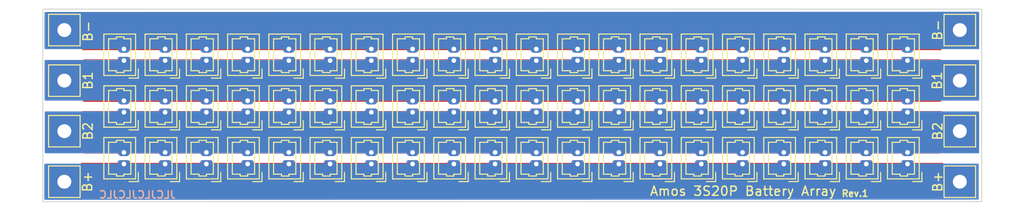
<source format=kicad_pcb>
(kicad_pcb (version 20211014) (generator pcbnew)
  (title_block (title "Amos 3S20P Battery Array Board") (rev "1") (company "Amos Home"))
  (layers (0 "F.Cu" signal) (31 "B.Cu" signal) (34 "B.Paste" user) (35 "F.Paste" user) (36 "B.SilkS" user "B.Silkscreen") (37 "F.SilkS" user "F.Silkscreen") (38 "B.Mask" user) (39 "F.Mask" user) (44 "Edge.Cuts" user))
  (net 0 "")
  (net 1 "Net-(H1-Pad1)")
  (net 2 "Net-(H2-Pad1)")
  (net 3 "Net-(H3-Pad1)")
  (net 4 "Net-(H4-Pad1)")
  (footprint "Connector_Molex:Molex_PicoBlade_53047-0210_1x02_P1.25mm_Vertical" (layer "F.Cu") (at 119.068 97.653 90)
    (fp_text reference "J8" hide)
    (fp_text value "Conn_01x02_Male" hide)
    (pad "1" thru_hole roundrect (at 0 0 90) (size 0.8 1.3) (drill 0.5) (layers *.Cu *.Mask) (net 2 "Net-(H2-Pad1)"))
    (pad "2" thru_hole oval (at 1.25 0 90) (size 0.8 1.3) (drill 0.5) (layers *.Cu *.Mask) (net 3 "Net-(H3-Pad1)"))
  )
  (footprint "Connector_Molex:Molex_PicoBlade_53047-0210_1x02_P1.25mm_Vertical" (layer "F.Cu") (at 114.623 97.653 90)
    (fp_text reference "J5" hide)
    (fp_text value "Conn_01x02_Male" hide)
    (pad "1" thru_hole roundrect (at 0 0 90) (size 0.8 1.3) (drill 0.5) (layers *.Cu *.Mask) (net 2 "Net-(H2-Pad1)"))
    (pad "2" thru_hole oval (at 1.25 0 90) (size 0.8 1.3) (drill 0.5) (layers *.Cu *.Mask) (net 3 "Net-(H3-Pad1)"))
  )
  (footprint "Connector_Molex:Molex_PicoBlade_53047-0210_1x02_P1.25mm_Vertical" (layer "F.Cu") (at 194.633 97.653 90)
    (fp_text reference "J59" hide)
    (fp_text value "Conn_01x02_Male" hide)
    (pad "1" thru_hole roundrect (at 0 0 90) (size 0.8 1.3) (drill 0.5) (layers *.Cu *.Mask) (net 2 "Net-(H2-Pad1)"))
    (pad "2" thru_hole oval (at 1.25 0 90) (size 0.8 1.3) (drill 0.5) (layers *.Cu *.Mask) (net 3 "Net-(H3-Pad1)"))
  )
  (footprint "Connector_Molex:Molex_PicoBlade_53047-0210_1x02_P1.25mm_Vertical" (layer "F.Cu") (at 145.738 103.241 90)
    (fp_text reference "J25" hide)
    (fp_text value "Conn_01x02_Male" hide)
    (pad "1" thru_hole roundrect (at 0 0 90) (size 0.8 1.3) (drill 0.5) (layers *.Cu *.Mask) (net 1 "Net-(H1-Pad1)"))
    (pad "2" thru_hole oval (at 1.25 0 90) (size 0.8 1.3) (drill 0.5) (layers *.Cu *.Mask) (net 2 "Net-(H2-Pad1)"))
  )
  (footprint "Connector_Molex:Molex_PicoBlade_53047-0210_1x02_P1.25mm_Vertical" (layer "F.Cu") (at 136.848 103.241 90)
    (fp_text reference "J19" hide)
    (fp_text value "Conn_01x02_Male" hide)
    (pad "1" thru_hole roundrect (at 0 0 90) (size 0.8 1.3) (drill 0.5) (layers *.Cu *.Mask) (net 1 "Net-(H1-Pad1)"))
    (pad "2" thru_hole oval (at 1.25 0 90) (size 0.8 1.3) (drill 0.5) (layers *.Cu *.Mask) (net 2 "Net-(H2-Pad1)"))
  )
  (footprint "Connector_Molex:Molex_PicoBlade_53047-0210_1x02_P1.25mm_Vertical" (layer "F.Cu") (at 136.848 97.653 90)
    (fp_text reference "J20" hide)
    (fp_text value "Conn_01x02_Male" hide)
    (pad "1" thru_hole roundrect (at 0 0 90) (size 0.8 1.3) (drill 0.5) (layers *.Cu *.Mask) (net 2 "Net-(H2-Pad1)"))
    (pad "2" thru_hole oval (at 1.25 0 90) (size 0.8 1.3) (drill 0.5) (layers *.Cu *.Mask) (net 3 "Net-(H3-Pad1)"))
  )
  (footprint "Connector_Molex:Molex_PicoBlade_53047-0210_1x02_P1.25mm_Vertical" (layer "F.Cu") (at 154.628 97.653 90)
    (fp_text reference "J32" hide)
    (fp_text value "Conn_01x02_Male" hide)
    (pad "1" thru_hole roundrect (at 0 0 90) (size 0.8 1.3) (drill 0.5) (layers *.Cu *.Mask) (net 2 "Net-(H2-Pad1)"))
    (pad "2" thru_hole oval (at 1.25 0 90) (size 0.8 1.3) (drill 0.5) (layers *.Cu *.Mask) (net 3 "Net-(H3-Pad1)"))
  )
  (footprint "Connector_Molex:Molex_PicoBlade_53047-0210_1x02_P1.25mm_Vertical" (layer "F.Cu") (at 127.958 97.653 90)
    (fp_text reference "J14" hide)
    (fp_text value "Conn_01x02_Male" hide)
    (pad "1" thru_hole roundrect (at 0 0 90) (size 0.8 1.3) (drill 0.5) (layers *.Cu *.Mask) (net 2 "Net-(H2-Pad1)"))
    (pad "2" thru_hole oval (at 1.25 0 90) (size 0.8 1.3) (drill 0.5) (layers *.Cu *.Mask) (net 3 "Net-(H3-Pad1)"))
  )
  (footprint "Connector_Molex:Molex_PicoBlade_53047-0210_1x02_P1.25mm_Vertical" (layer "F.Cu") (at 190.188 103.241 90)
    (fp_text reference "J55" hide)
    (fp_text value "Conn_01x02_Male" hide)
    (pad "1" thru_hole roundrect (at 0 0 90) (size 0.8 1.3) (drill 0.5) (layers *.Cu *.Mask) (net 1 "Net-(H1-Pad1)"))
    (pad "2" thru_hole oval (at 1.25 0 90) (size 0.8 1.3) (drill 0.5) (layers *.Cu *.Mask) (net 2 "Net-(H2-Pad1)"))
  )
  (footprint "Connector_Molex:Molex_PicoBlade_53047-0210_1x02_P1.25mm_Vertical" (layer "F.Cu") (at 167.963 92.065 90)
    (fp_text reference "J42" hide)
    (fp_text value "Conn_01x02_Male" hide)
    (pad "1" thru_hole roundrect (at 0 0 90) (size 0.8 1.3) (drill 0.5) (layers *.Cu *.Mask) (net 3 "Net-(H3-Pad1)"))
    (pad "2" thru_hole oval (at 1.25 0 90) (size 0.8 1.3) (drill 0.5) (layers *.Cu *.Mask) (net 4 "Net-(H4-Pad1)"))
  )
  (footprint "Connector_Molex:Molex_PicoBlade_53047-0210_1x02_P1.25mm_Vertical" (layer "F.Cu") (at 123.513 103.241 90)
    (fp_text reference "J10" hide)
    (fp_text value "Conn_01x02_Male" hide)
    (pad "1" thru_hole roundrect (at 0 0 90) (size 0.8 1.3) (drill 0.5) (layers *.Cu *.Mask) (net 1 "Net-(H1-Pad1)"))
    (pad "2" thru_hole oval (at 1.25 0 90) (size 0.8 1.3) (drill 0.5) (layers *.Cu *.Mask) (net 2 "Net-(H2-Pad1)"))
  )
  (footprint "Connector_Molex:Molex_PicoBlade_53047-0210_1x02_P1.25mm_Vertical" (layer "F.Cu") (at 132.403 103.241 90)
    (fp_text reference "J16" hide)
    (fp_text value "Conn_01x02_Male" hide)
    (pad "1" thru_hole roundrect (at 0 0 90) (size 0.8 1.3) (drill 0.5) (layers *.Cu *.Mask) (net 1 "Net-(H1-Pad1)"))
    (pad "2" thru_hole oval (at 1.25 0 90) (size 0.8 1.3) (drill 0.5) (layers *.Cu *.Mask) (net 2 "Net-(H2-Pad1)"))
  )
  (footprint "Connector_Molex:Molex_PicoBlade_53047-0210_1x02_P1.25mm_Vertical" (layer "F.Cu") (at 185.743 97.653 90)
    (fp_text reference "J53" hide)
    (fp_text value "Conn_01x02_Male" hide)
    (pad "1" thru_hole roundrect (at 0 0 90) (size 0.8 1.3) (drill 0.5) (layers *.Cu *.Mask) (net 2 "Net-(H2-Pad1)"))
    (pad "2" thru_hole oval (at 1.25 0 90) (size 0.8 1.3) (drill 0.5) (layers *.Cu *.Mask) (net 3 "Net-(H3-Pad1)"))
  )
  (footprint "TestPoint:TestPoint_THTPad_3.0x3.0mm_Drill1.5mm" (layer "F.Cu") (at 200.270294 94.234)
    (fp_text reference "H3" hide)
    (fp_text value "MountingHole_Pad")
    (pad "1" thru_hole rect (at 0 0) (size 3 3) (drill 1.5) (layers *.Cu *.Mask) (net 3 "Net-(H3-Pad1)"))
  )
  (footprint "TestPoint:TestPoint_THTPad_3.0x3.0mm_Drill1.5mm" (layer "F.Cu") (at 103.759 105.156)
    (fp_text reference "H5" hide)
    (fp_text value "MountingHole_Pad")
    (pad "1" thru_hole rect (at 0 0) (size 3 3) (drill 1.5) (layers *.Cu *.Mask) (net 1 "Net-(H1-Pad1)"))
  )
  (footprint "Connector_Molex:Molex_PicoBlade_53047-0210_1x02_P1.25mm_Vertical" (layer "F.Cu") (at 145.738 92.065 90)
    (fp_text reference "J27" hide)
    (fp_text value "Conn_01x02_Male" hide)
    (pad "1" thru_hole roundrect (at 0 0 90) (size 0.8 1.3) (drill 0.5) (layers *.Cu *.Mask) (net 3 "Net-(H3-Pad1)"))
    (pad "2" thru_hole oval (at 1.25 0 90) (size 0.8 1.3) (drill 0.5) (layers *.Cu *.Mask) (net 4 "Net-(H4-Pad1)"))
  )
  (footprint "Connector_Molex:Molex_PicoBlade_53047-0210_1x02_P1.25mm_Vertical" (layer "F.Cu") (at 132.403 92.065 90)
    (fp_text reference "J18" hide)
    (fp_text value "Conn_01x02_Male" hide)
    (pad "1" thru_hole roundrect (at 0 0 90) (size 0.8 1.3) (drill 0.5) (layers *.Cu *.Mask) (net 3 "Net-(H3-Pad1)"))
    (pad "2" thru_hole oval (at 1.25 0 90) (size 0.8 1.3) (drill 0.5) (layers *.Cu *.Mask) (net 4 "Net-(H4-Pad1)"))
  )
  (footprint "Connector_Molex:Molex_PicoBlade_53047-0210_1x02_P1.25mm_Vertical" (layer "F.Cu") (at 185.743 103.241 90)
    (fp_text reference "J52" hide)
    (fp_text value "Conn_01x02_Male" hide)
    (pad "1" thru_hole roundrect (at 0 0 90) (size 0.8 1.3) (drill 0.5) (layers *.Cu *.Mask) (net 1 "Net-(H1-Pad1)"))
    (pad "2" thru_hole oval (at 1.25 0 90) (size 0.8 1.3) (drill 0.5) (layers *.Cu *.Mask) (net 2 "Net-(H2-Pad1)"))
  )
  (footprint "Connector_Molex:Molex_PicoBlade_53047-0210_1x02_P1.25mm_Vertical" (layer "F.Cu") (at 154.628 103.241 90)
    (fp_text reference "J31" hide)
    (fp_text value "Conn_01x02_Male" hide)
    (pad "1" thru_hole roundrect (at 0 0 90) (size 0.8 1.3) (drill 0.5) (layers *.Cu *.Mask) (net 1 "Net-(H1-Pad1)"))
    (pad "2" thru_hole oval (at 1.25 0 90) (size 0.8 1.3) (drill 0.5) (layers *.Cu *.Mask) (net 2 "Net-(H2-Pad1)"))
  )
  (footprint "Connector_Molex:Molex_PicoBlade_53047-0210_1x02_P1.25mm_Vertical" (layer "F.Cu") (at 172.408 97.653 90)
    (fp_text reference "J44" hide)
    (fp_text value "Conn_01x02_Male" hide)
    (pad "1" thru_hole roundrect (at 0 0 90) (size 0.8 1.3) (drill 0.5) (layers *.Cu *.Mask) (net 2 "Net-(H2-Pad1)"))
    (pad "2" thru_hole oval (at 1.25 0 90) (size 0.8 1.3) (drill 0.5) (layers *.Cu *.Mask) (net 3 "Net-(H3-Pad1)"))
  )
  (footprint "Connector_Molex:Molex_PicoBlade_53047-0210_1x02_P1.25mm_Vertical" (layer "F.Cu") (at 136.848 92.065 90)
    (fp_text reference "J21" hide)
    (fp_text value "Conn_01x02_Male" hide)
    (pad "1" thru_hole roundrect (at 0 0 90) (size 0.8 1.3) (drill 0.5) (layers *.Cu *.Mask) (net 3 "Net-(H3-Pad1)"))
    (pad "2" thru_hole oval (at 1.25 0 90) (size 0.8 1.3) (drill 0.5) (layers *.Cu *.Mask) (net 4 "Net-(H4-Pad1)"))
  )
  (footprint "Connector_Molex:Molex_PicoBlade_53047-0210_1x02_P1.25mm_Vertical" (layer "F.Cu") (at 194.633 103.241 90)
    (fp_text reference "J58" hide)
    (fp_text value "Conn_01x02_Male" hide)
    (pad "1" thru_hole roundrect (at 0 0 90) (size 0.8 1.3) (drill 0.5) (layers *.Cu *.Mask) (net 1 "Net-(H1-Pad1)"))
    (pad "2" thru_hole oval (at 1.25 0 90) (size 0.8 1.3) (drill 0.5) (layers *.Cu *.Mask) (net 2 "Net-(H2-Pad1)"))
  )
  (footprint "Connector_Molex:Molex_PicoBlade_53047-0210_1x02_P1.25mm_Vertical" (layer "F.Cu") (at 127.958 103.241 90)
    (fp_text reference "J13" hide)
    (fp_text value "Conn_01x02_Male" hide)
    (pad "1" thru_hole roundrect (at 0 0 90) (size 0.8 1.3) (drill 0.5) (layers *.Cu *.Mask) (net 1 "Net-(H1-Pad1)"))
    (pad "2" thru_hole oval (at 1.25 0 90) (size 0.8 1.3) (drill 0.5) (layers *.Cu *.Mask) (net 2 "Net-(H2-Pad1)"))
  )
  (footprint "Connector_Molex:Molex_PicoBlade_53047-0210_1x02_P1.25mm_Vertical" (layer "F.Cu") (at 141.293 97.653 90)
    (fp_text reference "J23" hide)
    (fp_text value "Conn_01x02_Male" hide)
    (pad "1" thru_hole roundrect (at 0 0 90) (size 0.8 1.3) (drill 0.5) (layers *.Cu *.Mask) (net 2 "Net-(H2-Pad1)"))
    (pad "2" thru_hole oval (at 1.25 0 90) (size 0.8 1.3) (drill 0.5) (layers *.Cu *.Mask) (net 3 "Net-(H3-Pad1)"))
  )
  (footprint "Connector_Molex:Molex_PicoBlade_53047-0210_1x02_P1.25mm_Vertical" (layer "F.Cu") (at 167.963 97.653 90)
    (fp_text reference "J41" hide)
    (fp_text value "Conn_01x02_Male" hide)
    (pad "1" thru_hole roundrect (at 0 0 90) (size 0.8 1.3) (drill 0.5) (layers *.Cu *.Mask) (net 2 "Net-(H2-Pad1)"))
    (pad "2" thru_hole oval (at 1.25 0 90) (size 0.8 1.3) (drill 0.5) (layers *.Cu *.Mask) (net 3 "Net-(H3-Pad1)"))
  )
  (footprint "Connector_Molex:Molex_PicoBlade_53047-0210_1x02_P1.25mm_Vertical" (layer "F.Cu") (at 181.298 92.065 90)
    (fp_text reference "J51" hide)
    (fp_text value "Conn_01x02_Male" hide)
    (pad "1" thru_hole roundrect (at 0 0 90) (size 0.8 1.3) (drill 0.5) (layers *.Cu *.Mask) (net 3 "Net-(H3-Pad1)"))
    (pad "2" thru_hole oval (at 1.25 0 90) (size 0.8 1.3) (drill 0.5) (layers *.Cu *.Mask) (net 4 "Net-(H4-Pad1)"))
  )
  (footprint "Connector_Molex:Molex_PicoBlade_53047-0210_1x02_P1.25mm_Vertical" (layer "F.Cu") (at 123.513 97.653 90)
    (fp_text reference "J11" hide)
    (fp_text value "Conn_01x02_Male" hide)
    (pad "1" thru_hole roundrect (at 0 0 90) (size 0.8 1.3) (drill 0.5) (layers *.Cu *.Mask) (net 2 "Net-(H2-Pad1)"))
    (pad "2" thru_hole oval (at 1.25 0 90) (size 0.8 1.3) (drill 0.5) (layers *.Cu *.Mask) (net 3 "Net-(H3-Pad1)"))
  )
  (footprint "Connector_Molex:Molex_PicoBlade_53047-0210_1x02_P1.25mm_Vertical" (layer "F.Cu") (at 185.743 92.065 90)
    (fp_text reference "J54" hide)
    (fp_text value "Conn_01x02_Male" hide)
    (pad "1" thru_hole roundrect (at 0 0 90) (size 0.8 1.3) (drill 0.5) (layers *.Cu *.Mask) (net 3 "Net-(H3-Pad1)"))
    (pad "2" thru_hole oval (at 1.25 0 90) (size 0.8 1.3) (drill 0.5) (layers *.Cu *.Mask) (net 4 "Net-(H4-Pad1)"))
  )
  (footprint "Connector_Molex:Molex_PicoBlade_53047-0210_1x02_P1.25mm_Vertical" (layer "F.Cu") (at 110.178 97.653 90)
    (fp_text reference "J2" hide)
    (fp_text value "Conn_01x02_Male" hide)
    (pad "1" thru_hole roundrect (at 0 0 90) (size 0.8 1.3) (drill 0.5) (layers *.Cu *.Mask) (net 2 "Net-(H2-Pad1)"))
    (pad "2" thru_hole oval (at 1.25 0 90) (size 0.8 1.3) (drill 0.5) (layers *.Cu *.Mask) (net 3 "Net-(H3-Pad1)"))
  )
  (footprint "TestPoint:TestPoint_THTPad_3.0x3.0mm_Drill1.5mm" (layer "F.Cu") (at 200.270294 105.156)
    (fp_text reference "H1" hide)
    (fp_text value "MountingHole_Pad")
    (pad "1" thru_hole rect (at 0 0) (size 3 3) (drill 1.5) (layers *.Cu *.Mask) (net 1 "Net-(H1-Pad1)"))
  )
  (footprint "Connector_Molex:Molex_PicoBlade_53047-0210_1x02_P1.25mm_Vertical" (layer "F.Cu") (at 132.403 97.653 90)
    (fp_text reference "J17" hide)
    (fp_text value "Conn_01x02_Male" hide)
    (pad "1" thru_hole roundrect (at 0 0 90) (size 0.8 1.3) (drill 0.5) (layers *.Cu *.Mask) (net 2 "Net-(H2-Pad1)"))
    (pad "2" thru_hole oval (at 1.25 0 90) (size 0.8 1.3) (drill 0.5) (layers *.Cu *.Mask) (net 3 "Net-(H3-Pad1)"))
  )
  (footprint "Connector_Molex:Molex_PicoBlade_53047-0210_1x02_P1.25mm_Vertical" (layer "F.Cu") (at 159.073 97.653 90)
    (fp_text reference "J35" hide)
    (fp_text value "Conn_01x02_Male" hide)
    (pad "1" thru_hole roundrect (at 0 0 90) (size 0.8 1.3) (drill 0.5) (layers *.Cu *.Mask) (net 2 "Net-(H2-Pad1)"))
    (pad "2" thru_hole oval (at 1.25 0 90) (size 0.8 1.3) (drill 0.5) (layers *.Cu *.Mask) (net 3 "Net-(H3-Pad1)"))
  )
  (footprint "TestPoint:TestPoint_THTPad_3.0x3.0mm_Drill1.5mm" (layer "F.Cu") (at 103.759 99.695)
    (fp_text reference "H6" hide)
    (fp_text value "MountingHole_Pad")
    (pad "1" thru_hole rect (at 0 0) (size 3 3) (drill 1.5) (layers *.Cu *.Mask) (net 2 "Net-(H2-Pad1)"))
  )
  (footprint "Connector_Molex:Molex_PicoBlade_53047-0210_1x02_P1.25mm_Vertical" (layer "F.Cu") (at 172.408 103.241 90)
    (fp_text reference "J43" hide)
    (fp_text value "Conn_01x02_Male" hide)
    (pad "1" thru_hole roundrect (at 0 0 90) (size 0.8 1.3) (drill 0.5) (layers *.Cu *.Mask) (net 1 "Net-(H1-Pad1)"))
    (pad "2" thru_hole oval (at 1.25 0 90) (size 0.8 1.3) (drill 0.5) (layers *.Cu *.Mask) (net 2 "Net-(H2-Pad1)"))
  )
  (footprint "TestPoint:TestPoint_THTPad_3.0x3.0mm_Drill1.5mm" (layer "F.Cu") (at 103.759 88.773)
    (fp_text reference "H8" hide)
    (fp_text value "MountingHole_Pad")
    (pad "1" thru_hole rect (at 0 0) (size 3 3) (drill 1.5) (layers *.Cu *.Mask) (net 4 "Net-(H4-Pad1)"))
  )
  (footprint "Connector_Molex:Molex_PicoBlade_53047-0210_1x02_P1.25mm_Vertical" (layer "F.Cu") (at 141.293 92.065 90)
    (fp_text reference "J24" hide)
    (fp_text value "Conn_01x02_Male" hide)
    (pad "1" thru_hole roundrect (at 0 0 90) (size 0.8 1.3) (drill 0.5) (layers *.Cu *.Mask) (net 3 "Net-(H3-Pad1)"))
    (pad "2" thru_hole oval (at 1.25 0 90) (size 0.8 1.3) (drill 0.5) (layers *.Cu *.Mask) (net 4 "Net-(H4-Pad1)"))
  )
  (footprint "Connector_Molex:Molex_PicoBlade_53047-0210_1x02_P1.25mm_Vertical" (layer "F.Cu") (at 190.188 97.653 90)
    (fp_text reference "J56" hide)
    (fp_text value "Conn_01x02_Male" hide)
    (pad "1" thru_hole roundrect (at 0 0 90) (size 0.8 1.3) (drill 0.5) (layers *.Cu *.Mask) (net 2 "Net-(H2-Pad1)"))
    (pad "2" thru_hole oval (at 1.25 0 90) (size 0.8 1.3) (drill 0.5) (layers *.Cu *.Mask) (net 3 "Net-(H3-Pad1)"))
  )
  (footprint "Connector_Molex:Molex_PicoBlade_53047-0210_1x02_P1.25mm_Vertical" (layer "F.Cu") (at 163.518 92.065 90)
    (fp_text reference "J39" hide)
    (fp_text value "Conn_01x02_Male" hide)
    (pad "1" thru_hole roundrect (at 0 0 90) (size 0.8 1.3) (drill 0.5) (layers *.Cu *.Mask) (net 3 "Net-(H3-Pad1)"))
    (pad "2" thru_hole oval (at 1.25 0 90) (size 0.8 1.3) (drill 0.5) (layers *.Cu *.Mask) (net 4 "Net-(H4-Pad1)"))
  )
  (footprint "Connector_Molex:Molex_PicoBlade_53047-0210_1x02_P1.25mm_Vertical" (layer "F.Cu") (at 176.853 97.653 90)
    (fp_text reference "J47" hide)
    (fp_text value "Conn_01x02_Male" hide)
    (pad "1" thru_hole roundrect (at 0 0 90) (size 0.8 1.3) (drill 0.5) (layers *.Cu *.Mask) (net 2 "Net-(H2-Pad1)"))
    (pad "2" thru_hole oval (at 1.25 0 90) (size 0.8 1.3) (drill 0.5) (layers *.Cu *.Mask) (net 3 "Net-(H3-Pad1)"))
  )
  (footprint "Connector_Molex:Molex_PicoBlade_53047-0210_1x02_P1.25mm_Vertical" (layer "F.Cu") (at 150.183 103.241 90)
    (fp_text reference "J28" hide)
    (fp_text value "Conn_01x02_Male" hide)
    (pad "1" thru_hole roundrect (at 0 0 90) (size 0.8 1.3) (drill 0.5) (layers *.Cu *.Mask) (net 1 "Net-(H1-Pad1)"))
    (pad "2" thru_hole oval (at 1.25 0 90) (size 0.8 1.3) (drill 0.5) (layers *.Cu *.Mask) (net 2 "Net-(H2-Pad1)"))
  )
  (footprint "Connector_Molex:Molex_PicoBlade_53047-0210_1x02_P1.25mm_Vertical" (layer "F.Cu") (at 159.073 92.065 90)
    (fp_text reference "J36" hide)
    (fp_text value "Conn_01x02_Male" hide)
    (pad "1" thru_hole roundrect (at 0 0 90) (size 0.8 1.3) (drill 0.5) (layers *.Cu *.Mask) (net 3 "Net-(H3-Pad1)"))
    (pad "2" thru_hole oval (at 1.25 0 90) (size 0.8 1.3) (drill 0.5) (layers *.Cu *.Mask) (net 4 "Net-(H4-Pad1)"))
  )
  (footprint "TestPoint:TestPoint_THTPad_3.0x3.0mm_Drill1.5mm" (layer "F.Cu") (at 200.270294 99.695)
    (fp_text reference "H2" hide)
    (fp_text value "MountingHole_Pad")
    (pad "1" thru_hole rect (at 0 0) (size 3 3) (drill 1.5) (layers *.Cu *.Mask) (net 2 "Net-(H2-Pad1)"))
  )
  (footprint "Connector_Molex:Molex_PicoBlade_53047-0210_1x02_P1.25mm_Vertical" (layer "F.Cu") (at 150.183 92.065 90)
    (fp_text reference "J30" hide)
    (fp_text value "Conn_01x02_Male" hide)
    (pad "1" thru_hole roundrect (at 0 0 90) (size 0.8 1.3) (drill 0.5) (layers *.Cu *.Mask) (net 3 "Net-(H3-Pad1)"))
    (pad "2" thru_hole oval (at 1.25 0 90) (size 0.8 1.3) (drill 0.5) (layers *.Cu *.Mask) (net 4 "Net-(H4-Pad1)"))
  )
  (footprint "Connector_Molex:Molex_PicoBlade_53047-0210_1x02_P1.25mm_Vertical" (layer "F.Cu") (at 119.068 92.065 90)
    (fp_text reference "J9" hide)
    (fp_text value "Conn_01x02_Male" hide)
    (pad "1" thru_hole roundrect (at 0 0 90) (size 0.8 1.3) (drill 0.5) (layers *.Cu *.Mask) (net 3 "Net-(H3-Pad1)"))
    (pad "2" thru_hole oval (at 1.25 0 90) (size 0.8 1.3) (drill 0.5) (layers *.Cu *.Mask) (net 4 "Net-(H4-Pad1)"))
  )
  (footprint "Connector_Molex:Molex_PicoBlade_53047-0210_1x02_P1.25mm_Vertical" (layer "F.Cu") (at 127.958 92.065 90)
    (fp_text reference "J15" hide)
    (fp_text value "Conn_01x02_Male" hide)
    (pad "1" thru_hole roundrect (at 0 0 90) (size 0.8 1.3) (drill 0.5) (layers *.Cu *.Mask) (net 3 "Net-(H3-Pad1)"))
    (pad "2" thru_hole oval (at 1.25 0 90) (size 0.8 1.3) (drill 0.5) (layers *.Cu *.Mask) (net 4 "Net-(H4-Pad1)"))
  )
  (footprint "Connector_Molex:Molex_PicoBlade_53047-0210_1x02_P1.25mm_Vertical" (layer "F.Cu") (at 176.853 103.241 90)
    (fp_text reference "J46" hide)
    (fp_text value "Conn_01x02_Male" hide)
    (pad "1" thru_hole roundrect (at 0 0 90) (size 0.8 1.3) (drill 0.5) (layers *.Cu *.Mask) (net 1 "Net-(H1-Pad1)"))
    (pad "2" thru_hole oval (at 1.25 0 90) (size 0.8 1.3) (drill 0.5) (layers *.Cu *.Mask) (net 2 "Net-(H2-Pad1)"))
  )
  (footprint "Connector_Molex:Molex_PicoBlade_53047-0210_1x02_P1.25mm_Vertical" (layer "F.Cu") (at 145.738 97.653 90)
    (fp_text reference "J26" hide)
    (fp_text value "Conn_01x02_Male" hide)
    (pad "1" thru_hole roundrect (at 0 0 90) (size 0.8 1.3) (drill 0.5) (layers *.Cu *.Mask) (net 2 "Net-(H2-Pad1)"))
    (pad "2" thru_hole oval (at 1.25 0 90) (size 0.8 1.3) (drill 0.5) (layers *.Cu *.Mask) (net 3 "Net-(H3-Pad1)"))
  )
  (footprint "TestPoint:TestPoint_THTPad_3.0x3.0mm_Drill1.5mm" (layer "F.Cu") (at 103.759 94.234)
    (fp_text reference "H7" hide)
    (fp_text value "MountingHole_Pad")
    (pad "1" thru_hole rect (at 0 0) (size 3 3) (drill 1.5) (layers *.Cu *.Mask) (net 3 "Net-(H3-Pad1)"))
  )
  (footprint "Connector_Molex:Molex_PicoBlade_53047-0210_1x02_P1.25mm_Vertical" (layer "F.Cu") (at 194.633 92.065 90)
    (fp_text reference "J60" hide)
    (fp_text value "Conn_01x02_Male" hide)
    (pad "1" thru_hole roundrect (at 0 0 90) (size 0.8 1.3) (drill 0.5) (layers *.Cu *.Mask) (net 3 "Net-(H3-Pad1)"))
    (pad "2" thru_hole oval (at 1.25 0 90) (size 0.8 1.3) (drill 0.5) (layers *.Cu *.Mask) (net 4 "Net-(H4-Pad1)"))
  )
  (footprint "Connector_Molex:Molex_PicoBlade_53047-0210_1x02_P1.25mm_Vertical" (layer "F.Cu") (at 119.068 103.241 90)
    (fp_text reference "J7" hide)
    (fp_text value "Conn_01x02_Male" hide)
    (pad "1" thru_hole roundrect (at 0 0 90) (size 0.8 1.3) (drill 0.5) (layers *.Cu *.Mask) (net 1 "Net-(H1-Pad1)"))
    (pad "2" thru_hole oval (at 1.25 0 90) (size 0.8 1.3) (drill 0.5) (layers *.Cu *.Mask) (net 2 "Net-(H2-Pad1)"))
  )
  (footprint "Connector_Molex:Molex_PicoBlade_53047-0210_1x02_P1.25mm_Vertical" (layer "F.Cu") (at 110.178 92.065 90)
    (fp_text reference "J3" hide)
    (fp_text value "Conn_01x02_Male" hide)
    (pad "1" thru_hole roundrect (at 0 0 90) (size 0.8 1.3) (drill 0.5) (layers *.Cu *.Mask) (net 3 "Net-(H3-Pad1)"))
    (pad "2" thru_hole oval (at 1.25 0 90) (size 0.8 1.3) (drill 0.5) (layers *.Cu *.Mask) (net 4 "Net-(H4-Pad1)"))
  )
  (footprint "Connector_Molex:Molex_PicoBlade_53047-0210_1x02_P1.25mm_Vertical" (layer "F.Cu") (at 141.293 103.241 90)
    (fp_text reference "J22" hide)
    (fp_text value "Conn_01x02_Male" hide)
    (pad "1" thru_hole roundrect (at 0 0 90) (size 0.8 1.3) (drill 0.5) (layers *.Cu *.Mask) (net 1 "Net-(H1-Pad1)"))
    (pad "2" thru_hole oval (at 1.25 0 90) (size 0.8 1.3) (drill 0.5) (layers *.Cu *.Mask) (net 2 "Net-(H2-Pad1)"))
  )
  (footprint "Connector_Molex:Molex_PicoBlade_53047-0210_1x02_P1.25mm_Vertical" (layer "F.Cu") (at 167.963 103.241 90)
    (fp_text reference "J40" hide)
    (fp_text value "Conn_01x02_Male" hide)
    (pad "1" thru_hole roundrect (at 0 0 90) (size 0.8 1.3) (drill 0.5) (layers *.Cu *.Mask) (net 1 "Net-(H1-Pad1)"))
    (pad "2" thru_hole oval (at 1.25 0 90) (size 0.8 1.3) (drill 0.5) (layers *.Cu *.Mask) (net 2 "Net-(H2-Pad1)"))
  )
  (footprint "Connector_Molex:Molex_PicoBlade_53047-0210_1x02_P1.25mm_Vertical" (layer "F.Cu") (at 159.073 103.241 90)
    (fp_text reference "J34" hide)
    (fp_text value "Conn_01x02_Male" hide)
    (pad "1" thru_hole roundrect (at 0 0 90) (size 0.8 1.3) (drill 0.5) (layers *.Cu *.Mask) (net 1 "Net-(H1-Pad1)"))
    (pad "2" thru_hole oval (at 1.25 0 90) (size 0.8 1.3) (drill 0.5) (layers *.Cu *.Mask) (net 2 "Net-(H2-Pad1)"))
  )
  (footprint "Connector_Molex:Molex_PicoBlade_53047-0210_1x02_P1.25mm_Vertical" (layer "F.Cu") (at 150.183 97.653 90)
    (fp_text reference "J29" hide)
    (fp_text value "Conn_01x02_Male" hide)
    (pad "1" thru_hole roundrect (at 0 0 90) (size 0.8 1.3) (drill 0.5) (layers *.Cu *.Mask) (net 2 "Net-(H2-Pad1)"))
    (pad "2" thru_hole oval (at 1.25 0 90) (size 0.8 1.3) (drill 0.5) (layers *.Cu *.Mask) (net 3 "Net-(H3-Pad1)"))
  )
  (footprint "Connector_Molex:Molex_PicoBlade_53047-0210_1x02_P1.25mm_Vertical" (layer "F.Cu") (at 163.518 97.653 90)
    (fp_text reference "J38" hide)
    (fp_text value "Conn_01x02_Male" hide)
    (pad "1" thru_hole roundrect (at 0 0 90) (size 0.8 1.3) (drill 0.5) (layers *.Cu *.Mask) (net 2 "Net-(H2-Pad1)"))
    (pad "2" thru_hole oval (at 1.25 0 90) (size 0.8 1.3) (drill 0.5) (layers *.Cu *.Mask) (net 3 "Net-(H3-Pad1)"))
  )
  (footprint "Connector_Molex:Molex_PicoBlade_53047-0210_1x02_P1.25mm_Vertical" (layer "F.Cu") (at 114.623 92.065 90)
    (fp_text reference "J6" hide)
    (fp_text value "Conn_01x02_Male" hide)
    (pad "1" thru_hole roundrect (at 0 0 90) (size 0.8 1.3) (drill 0.5) (layers *.Cu *.Mask) (net 3 "Net-(H3-Pad1)"))
    (pad "2" thru_hole oval (at 1.25 0 90) (size 0.8 1.3) (drill 0.5) (layers *.Cu *.Mask) (net 4 "Net-(H4-Pad1)"))
  )
  (footprint "Connector_Molex:Molex_PicoBlade_53047-0210_1x02_P1.25mm_Vertical" (layer "F.Cu") (at 110.178 103.241 90)
    (fp_text reference "J1" hide)
    (fp_text value "Conn_01x02_Male" hide)
    (pad "1" thru_hole roundrect (at 0 0 90) (size 0.8 1.3) (drill 0.5) (layers *.Cu *.Mask) (net 1 "Net-(H1-Pad1)"))
    (pad "2" thru_hole oval (at 1.25 0 90) (size 0.8 1.3) (drill 0.5) (layers *.Cu *.Mask) (net 2 "Net-(H2-Pad1)"))
  )
  (footprint "Connector_Molex:Molex_PicoBlade_53047-0210_1x02_P1.25mm_Vertical" (layer "F.Cu") (at 181.298 103.241 90)
    (fp_text reference "J49" hide)
    (fp_text value "Conn_01x02_Male" hide)
    (pad "1" thru_hole roundrect (at 0 0 90) (size 0.8 1.3) (drill 0.5) (layers *.Cu *.Mask) (net 1 "Net-(H1-Pad1)"))
    (pad "2" thru_hole oval (at 1.25 0 90) (size 0.8 1.3) (drill 0.5) (layers *.Cu *.Mask) (net 2 "Net-(H2-Pad1)"))
  )
  (footprint "Connector_Molex:Molex_PicoBlade_53047-0210_1x02_P1.25mm_Vertical" (layer "F.Cu") (at 154.628 92.065 90)
    (fp_text reference "J33" hide)
    (fp_text value "Conn_01x02_Male" hide)
    (pad "1" thru_hole roundrect (at 0 0 90) (size 0.8 1.3) (drill 0.5) (layers *.Cu *.Mask) (net 3 "Net-(H3-Pad1)"))
    (pad "2" thru_hole oval (at 1.25 0 90) (size 0.8 1.3) (drill 0.5) (layers *.Cu *.Mask) (net 4 "Net-(H4-Pad1)"))
  )
  (footprint "TestPoint:TestPoint_THTPad_3.0x3.0mm_Drill1.5mm" (layer "F.Cu") (at 200.270294 88.773)
    (fp_text reference "H4" hide)
    (fp_text value "MountingHole_Pad")
    (pad "1" thru_hole rect (at 0 0) (size 3 3) (drill 1.5) (layers *.Cu *.Mask) (net 4 "Net-(H4-Pad1)"))
  )
  (footprint "Connector_Molex:Molex_PicoBlade_53047-0210_1x02_P1.25mm_Vertical" (layer "F.Cu") (at 181.298 97.653 90)
    (fp_text reference "J50" hide)
    (fp_text value "Conn_01x02_Male" hide)
    (pad "1" thru_hole roundrect (at 0 0 90) (size 0.8 1.3) (drill 0.5) (layers *.Cu *.Mask) (net 2 "Net-(H2-Pad1)"))
    (pad "2" thru_hole oval (at 1.25 0 90) (size 0.8 1.3) (drill 0.5) (layers *.Cu *.Mask) (net 3 "Net-(H3-Pad1)"))
  )
  (footprint "Connector_Molex:Molex_PicoBlade_53047-0210_1x02_P1.25mm_Vertical" (layer "F.Cu") (at 123.513 92.065 90)
    (fp_text reference "J12" hide)
    (fp_text value "Conn_01x02_Male" hide)
    (pad "1" thru_hole roundrect (at 0 0 90) (size 0.8 1.3) (drill 0.5) (layers *.Cu *.Mask) (net 3 "Net-(H3-Pad1)"))
    (pad "2" thru_hole oval (at 1.25 0 90) (size 0.8 1.3) (drill 0.5) (layers *.Cu *.Mask) (net 4 "Net-(H4-Pad1)"))
  )
  (footprint "Connector_Molex:Molex_PicoBlade_53047-0210_1x02_P1.25mm_Vertical" (layer "F.Cu") (at 163.518 103.241 90)
    (fp_text reference "J37" hide)
    (fp_text value "Conn_01x02_Male" hide)
    (pad "1" thru_hole roundrect (at 0 0 90) (size 0.8 1.3) (drill 0.5) (layers *.Cu *.Mask) (net 1 "Net-(H1-Pad1)"))
    (pad "2" thru_hole oval (at 1.25 0 90) (size 0.8 1.3) (drill 0.5) (layers *.Cu *.Mask) (net 2 "Net-(H2-Pad1)"))
  )
  (footprint "Connector_Molex:Molex_PicoBlade_53047-0210_1x02_P1.25mm_Vertical" (layer "F.Cu") (at 172.408 92.065 90)
    (fp_text reference "J45" hide)
    (fp_text value "Conn_01x02_Male" hide)
    (pad "1" thru_hole roundrect (at 0 0 90) (size 0.8 1.3) (drill 0.5) (layers *.Cu *.Mask) (net 3 "Net-(H3-Pad1)"))
    (pad "2" thru_hole oval (at 1.25 0 90) (size 0.8 1.3) (drill 0.5) (layers *.Cu *.Mask) (net 4 "Net-(H4-Pad1)"))
  )
  (footprint "Connector_Molex:Molex_PicoBlade_53047-0210_1x02_P1.25mm_Vertical" (layer "F.Cu") (at 114.623 103.241 90)
    (fp_text reference "J4" hide)
    (fp_text value "Conn_01x02_Male" hide)
    (pad "1" thru_hole roundrect (at 0 0 90) (size 0.8 1.3) (drill 0.5) (layers *.Cu *.Mask) (net 1 "Net-(H1-Pad1)"))
    (pad "2" thru_hole oval (at 1.25 0 90) (size 0.8 1.3) (drill 0.5) (layers *.Cu *.Mask) (net 2 "Net-(H2-Pad1)"))
  )
  (footprint "Connector_Molex:Molex_PicoBlade_53047-0210_1x02_P1.25mm_Vertical" (layer "F.Cu") (at 176.853 92.065 90)
    (fp_text reference "J48" hide)
    (fp_text value "Conn_01x02_Male" hide)
    (pad "1" thru_hole roundrect (at 0 0 90) (size 0.8 1.3) (drill 0.5) (layers *.Cu *.Mask) (net 3 "Net-(H3-Pad1)"))
    (pad "2" thru_hole oval (at 1.25 0 90) (size 0.8 1.3) (drill 0.5) (layers *.Cu *.Mask) (net 4 "Net-(H4-Pad1)"))
  )
  (footprint "Connector_Molex:Molex_PicoBlade_53047-0210_1x02_P1.25mm_Vertical" (layer "F.Cu") (at 190.188 92.065 90)
    (fp_text reference "J57" hide)
    (fp_text value "Conn_01x02_Male" hide)
    (pad "1" thru_hole roundrect (at 0 0 90) (size 0.8 1.3) (drill 0.5) (layers *.Cu *.Mask) (net 3 "Net-(H3-Pad1)"))
    (pad "2" thru_hole oval (at 1.25 0 90) (size 0.8 1.3) (drill 0.5) (layers *.Cu *.Mask) (net 4 "Net-(H4-Pad1)"))
  )
  (gr_poly (pts (xy 202.200623 106.985123) (xy 202.200697 103.301597) (xy 101.693499 103.302652) (xy 101.693319 107.011578)) (layer "B.Cu") (width 0.2) (fill solid))
  (gr_poly (pts (xy 202.25144 90.728818) (xy 202.251494 86.893418) (xy 101.718294 86.9188) (xy 101.718294 90.7288)) (layer "B.Cu") (width 0.2) (fill solid))
  (gr_poly (pts (xy 202.251494 96.2914) (xy 202.251494 92.1004) (xy 101.727 92.1004) (xy 101.727 96.2914)) (layer "B.Cu") (width 0.2) (fill solid))
  (gr_poly (pts (xy 202.251494 101.981) (xy 202.251494 97.663) (xy 101.743694 97.663) (xy 101.743694 101.981)) (layer "B.Cu") (width 0.2) (fill solid))
  (gr_rect (start 101.438894 86.5124) (end 202.632494 107.315) (layer "Edge.Cuts") (width 0.1) (fill none))
  (gr_text "JLCJLCJLCJLC" (at 111.633 106.553) (layer "B.SilkS") (effects (font (size 0.8 0.8)) (justify mirror)))
  (gr_text "B-" (at 197.866 88.773 90) (layer "F.SilkS") (effects (font (size 1 1))))
  (gr_text "Rev.1" (at 188.976 106.426) (layer "F.SilkS") (effects (font (size 0.7 0.7))))
  (gr_text "B+" (at 106.2482 105.156 90) (layer "F.SilkS") (effects (font (size 1 1))))
  (gr_text "B+" (at 197.882694 105.156 90) (layer "F.SilkS") (effects (font (size 1 1))))
  (gr_text "B-" (at 106.299 88.9 90) (layer "F.SilkS") (effects (font (size 1 1))))
  (gr_text "Amos 3S20P Battery Array" (at 176.911 106.172) (layer "F.SilkS") (effects (font (size 1 1))))
  (gr_text "B2" (at 197.882694 99.695 90) (layer "F.SilkS") (effects (font (size 1 1))))
  (gr_text "B1" (at 106.299 94.234 90) (layer "F.SilkS") (effects (font (size 1 1))))
  (gr_text "B1" (at 197.831894 94.234 90) (layer "F.SilkS") (effects (font (size 1 1))))
  (gr_text "B2" (at 106.299 99.695 90) (layer "F.SilkS") (effects (font (size 1 1))))
  (segment (start 198.365294 103.251) (end 110.188 103.251) (width 0.25) (layer "F.Cu") (net 1))
  (segment (start 105.674 103.241) (end 110.178 103.241) (width 0.25) (layer "F.Cu") (net 1))
  (segment (start 110.188 103.251) (end 110.178 103.241) (width 0.25) (layer "F.Cu") (net 1))
  (segment (start 103.759 105.156) (end 105.674 103.241) (width 0.25) (layer "F.Cu") (net 1))
  (segment (start 200.270294 105.156) (end 198.365294 103.251) (width 0.25) (layer "F.Cu") (net 1))
  (segment (start 110.168 101.981) (end 110.178 101.991) (width 0.25) (layer "F.Cu") (net 2))
  (segment (start 106.045 101.981) (end 110.168 101.981) (width 0.25) (layer "F.Cu") (net 2))
  (segment (start 200.270294 99.695) (end 198.228294 97.653) (width 0.25) (layer "F.Cu") (net 2))
  (segment (start 110.188 101.981) (end 197.984294 101.981) (width 0.25) (layer "F.Cu") (net 2))
  (segment (start 103.759 99.695) (end 106.045 101.981) (width 0.25) (layer "F.Cu") (net 2))
  (segment (start 197.984294 101.981) (end 200.270294 99.695) (width 0.25) (layer "F.Cu") (net 2))
  (segment (start 198.228294 97.653) (end 110.178 97.653) (width 0.25) (layer "F.Cu") (net 2))
  (segment (start 103.759 99.695) (end 105.801 97.653) (width 0.25) (layer "F.Cu") (net 2))
  (segment (start 110.178 101.991) (end 110.188 101.981) (width 0.25) (layer "F.Cu") (net 2))
  (segment (start 105.801 97.653) (end 110.178 97.653) (width 0.25) (layer "F.Cu") (net 2))
  (segment (start 110.178 92.065) (end 198.101294 92.065) (width 0.25) (layer "F.Cu") (net 3))
  (segment (start 198.101294 92.065) (end 200.270294 94.234) (width 0.25) (layer "F.Cu") (net 3))
  (segment (start 105.928 96.403) (end 110.178 96.403) (width 0.25) (layer "F.Cu") (net 3))
  (segment (start 103.759 94.234) (end 105.928 92.065) (width 0.25) (layer "F.Cu") (net 3))
  (segment (start 200.270294 94.234) (end 198.111294 96.393) (width 0.25) (layer "F.Cu") (net 3))
  (segment (start 105.928 92.065) (end 110.178 92.065) (width 0.25) (layer "F.Cu") (net 3))
  (segment (start 198.111294 96.393) (end 110.188 96.393) (width 0.25) (layer "F.Cu") (net 3))
  (segment (start 103.759 94.234) (end 105.928 96.403) (width 0.25) (layer "F.Cu") (net 3))
  (segment (start 110.188 96.393) (end 110.178 96.403) (width 0.25) (layer "F.Cu") (net 3))
  (segment (start 105.801 90.815) (end 103.759 88.773) (width 0.25) (layer "F.Cu") (net 4))
  (segment (start 110.178 90.815) (end 198.169147 90.815) (width 0.25) (layer "F.Cu") (net 4))
  (segment (start 110.178 90.815) (end 105.801 90.815) (width 0.25) (layer "F.Cu") (net 4))
  (segment (start 198.169147 90.815) (end 200.211147 88.773) (width 0.25) (layer "F.Cu") (net 4))
  (segment (start 200.211147 88.773) (end 200.270294 88.773) (width 0.25) (layer "F.Cu") (net 4))
)
</source>
